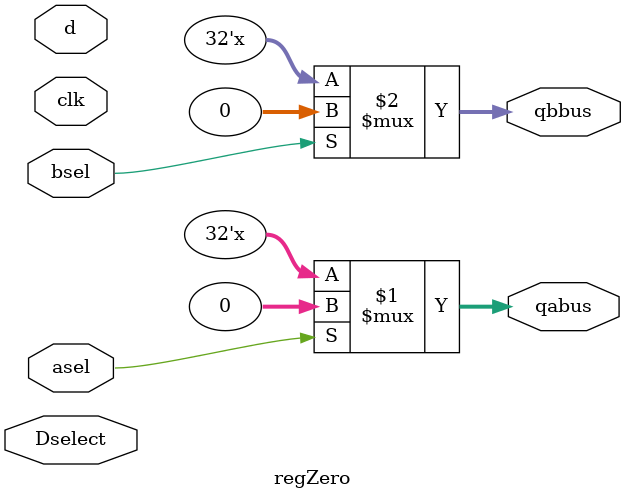
<source format=v>
/* 	Joseph Austin
	ECEN4243 - Computer Architecture
	Lab 3 - Register Design
	
	reg32.V
	This module is a single 32 bit register.
	The inputs are an access signal (clk & Dselect), an
	aselect signal for writing to a, and a bselect signal for 
	writing to b. Two tri-state buffers are used for outputting 
	q to the a or b buses. 
*/

module regZero(d, clk, Dselect, qabus, qbbus, asel, bsel);

	input asel, bsel, Dselect, clk; //Access register (0/1), assign to abus (0/1), assign to bbus (0/1)
	
	input [31:0] d;
	
	output [31:0] qabus; //output either q or z to abus
	output [31:0] qbbus; //output either q or z to bbus

	//buffers
	assign qabus = asel ? 32'b0 : 32'bz;
	assign qbbus = bsel ? 32'b0 : 32'bz;
endmodule
</source>
